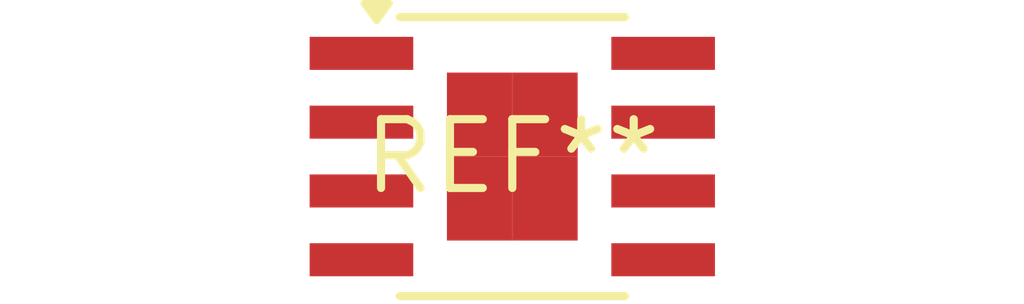
<source format=kicad_pcb>
(kicad_pcb (version 20240108) (generator pcbnew)
  (layers (0 "F.Cu" signal) (31 "B.Cu" signal) (34 "B.Paste" user) (35 "F.Paste" user) (36 "B.SilkS" user "B.Silkscreen") (37 "F.SilkS" user "F.Silkscreen") (38 "B.Mask" user) (39 "F.Mask" user) (44 "Edge.Cuts" user))
  (net 0 "")
  (footprint "TI_SO-PowerPAD-8" (layer "F.Cu") (at 0 0)
    (property "Reference" "REF**")
    (property "Value" "TI_SO-PowerPAD-8")
    (fp_line (start -2.075 -2.575) (end 2.075 -2.575) (layer "F.SilkS") (stroke (width 0.15)))
    (fp_line (start -2.075 2.575) (end 2.075 2.575) (layer "F.SilkS") (stroke (width 0.15)))
    (fp_poly (pts (xy -2.5 -2.5) (xy -2.74 -2.83) (xy -2.26 -2.83) (xy -2.5 -2.5)) (layer "F.SilkS") (stroke (width 0.12)) (fill solid))
    (pad "1" smd rect (at -2.78 -1.905) (size 1.91 0.61) (layers "F.Cu" "F.Paste" "F.Mask"))
    (pad "2" smd rect (at -2.78 -0.635) (size 1.91 0.61) (layers "F.Cu" "F.Paste" "F.Mask"))
    (pad "3" smd rect (at -2.78 0.635) (size 1.91 0.61) (layers "F.Cu" "F.Paste" "F.Mask"))
    (pad "4" smd rect (at -2.78 1.905) (size 1.91 0.61) (layers "F.Cu" "F.Paste" "F.Mask"))
    (pad "5" smd rect (at 2.78 1.905) (size 1.91 0.61) (layers "F.Cu" "F.Paste" "F.Mask"))
    (pad "6" smd rect (at 2.78 0.635) (size 1.91 0.61) (layers "F.Cu" "F.Paste" "F.Mask"))
    (pad "7" smd rect (at 2.78 -0.635) (size 1.91 0.61) (layers "F.Cu" "F.Paste" "F.Mask"))
    (pad "8" smd rect (at 2.78 -1.905) (size 1.91 0.61) (layers "F.Cu" "F.Paste" "F.Mask"))
    (pad "9" smd rect (at -0.6025 -0.775) (size 1.205 1.55) (layers "F.Cu" "F.Paste" "F.Mask"))
    (pad "9" smd rect (at -0.6025 0.775) (size 1.205 1.55) (layers "F.Cu" "F.Paste" "F.Mask"))
    (pad "9" smd rect (at 0.6025 -0.775) (size 1.205 1.55) (layers "F.Cu" "F.Paste" "F.Mask"))
    (pad "9" smd rect (at 0.6025 0.775) (size 1.205 1.55) (layers "F.Cu" "F.Paste" "F.Mask"))
  )
)
</source>
